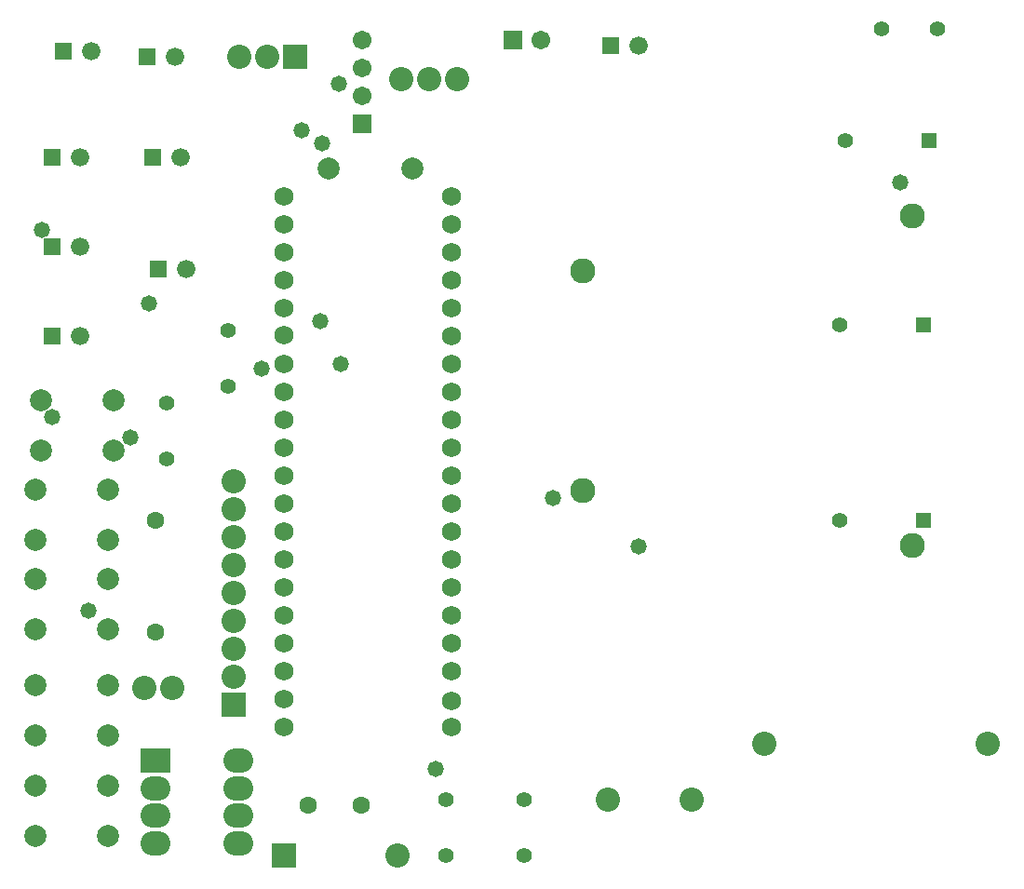
<source format=gbs>
%FSLAX25Y25*%
%MOIN*%
G70*
G01*
G75*
G04 Layer_Color=16711935*
%ADD10C,0.01200*%
%ADD11C,0.02500*%
%ADD12C,0.05800*%
%ADD13R,0.05600X0.05600*%
%ADD14C,0.07087*%
%ADD15C,0.04724*%
%ADD16C,0.07874*%
%ADD17R,0.07874X0.07874*%
%ADD18C,0.05512*%
%ADD19R,0.09843X0.07087*%
%ADD20O,0.09843X0.07087*%
%ADD21C,0.07087*%
%ADD22R,0.05906X0.05906*%
%ADD23C,0.05906*%
%ADD24R,0.07874X0.07874*%
%ADD25R,0.04724X0.04724*%
%ADD26C,0.08200*%
%ADD27R,0.05906X0.05906*%
%ADD28R,0.09843X0.07874*%
%ADD29O,0.09843X0.07874*%
%ADD30C,0.05000*%
%ADD31C,0.06000*%
%ADD32C,0.01000*%
%ADD33C,0.00787*%
%ADD34C,0.00600*%
%ADD35C,0.00300*%
%ADD36C,0.00591*%
%ADD37C,0.06600*%
%ADD38R,0.06400X0.06400*%
%ADD39C,0.07887*%
%ADD40C,0.05524*%
%ADD41C,0.08674*%
%ADD42R,0.08674X0.08674*%
%ADD43C,0.06312*%
%ADD44R,0.10642X0.07887*%
%ADD45O,0.10642X0.07887*%
%ADD46C,0.07887*%
%ADD47R,0.06706X0.06706*%
%ADD48C,0.06706*%
%ADD49R,0.08674X0.08674*%
%ADD50R,0.05524X0.05524*%
%ADD51C,0.09000*%
%ADD52R,0.06706X0.06706*%
%ADD53R,0.10642X0.08674*%
%ADD54O,0.10642X0.08674*%
%ADD55C,0.06800*%
D12*
X123700Y229100D02*
D03*
X237000Y84900D02*
D03*
X101900Y148400D02*
D03*
X40000Y61800D02*
D03*
X61800Y171900D02*
D03*
X23200Y198100D02*
D03*
X330500Y215100D02*
D03*
X129600Y250500D02*
D03*
X27100Y131000D02*
D03*
X164400Y5000D02*
D03*
X123100Y165300D02*
D03*
X130200Y150000D02*
D03*
X55100Y123800D02*
D03*
X116400Y233900D02*
D03*
X206300Y102000D02*
D03*
D37*
X37000Y160000D02*
D03*
X75000Y184000D02*
D03*
X73000Y224000D02*
D03*
X41000Y262000D02*
D03*
X71000Y260000D02*
D03*
X237000Y264000D02*
D03*
X37000Y192000D02*
D03*
Y224000D02*
D03*
D38*
X27000Y160000D02*
D03*
X65000Y184000D02*
D03*
X63000Y224000D02*
D03*
X31000Y262000D02*
D03*
X61000Y260000D02*
D03*
X227000Y264000D02*
D03*
X27000Y192000D02*
D03*
Y224000D02*
D03*
D39*
X48992Y118945D02*
D03*
Y137055D02*
D03*
X23008Y118945D02*
D03*
Y137055D02*
D03*
X46992Y86945D02*
D03*
Y105055D02*
D03*
X21008Y86945D02*
D03*
Y105055D02*
D03*
X46992Y54945D02*
D03*
Y73055D02*
D03*
X21008Y54945D02*
D03*
Y73055D02*
D03*
X46992Y16945D02*
D03*
Y35055D02*
D03*
X21008Y16945D02*
D03*
Y35055D02*
D03*
X46992Y-19055D02*
D03*
Y-945D02*
D03*
X21008Y-19055D02*
D03*
Y-945D02*
D03*
D40*
X68000Y136000D02*
D03*
Y116000D02*
D03*
X168000Y-6000D02*
D03*
Y-26000D02*
D03*
X309000Y94000D02*
D03*
X311000Y230000D02*
D03*
X324000Y270000D02*
D03*
X344000D02*
D03*
X309000Y164000D02*
D03*
X196000Y-26000D02*
D03*
Y-6000D02*
D03*
X90000Y162000D02*
D03*
Y142000D02*
D03*
D41*
X92000Y38000D02*
D03*
Y108000D02*
D03*
Y98000D02*
D03*
Y88000D02*
D03*
Y78000D02*
D03*
Y68000D02*
D03*
Y58000D02*
D03*
Y48000D02*
D03*
X150551Y-26000D02*
D03*
X226000Y-6000D02*
D03*
X256000D02*
D03*
X172000Y252000D02*
D03*
X162000D02*
D03*
X152000D02*
D03*
X94000Y260000D02*
D03*
X104000D02*
D03*
X362000Y14000D02*
D03*
X282000D02*
D03*
X60000Y34000D02*
D03*
X70000D02*
D03*
D42*
X92000Y28000D02*
D03*
D43*
X64000Y94000D02*
D03*
Y54000D02*
D03*
X137713Y-8000D02*
D03*
X118500D02*
D03*
D46*
X156000Y220000D02*
D03*
X126000D02*
D03*
D47*
X138000Y236000D02*
D03*
D48*
Y246000D02*
D03*
Y256000D02*
D03*
Y266000D02*
D03*
X202000D02*
D03*
D49*
X110000Y-26000D02*
D03*
X114000Y260000D02*
D03*
D50*
X339000Y94000D02*
D03*
X341000Y230000D02*
D03*
X339000Y164000D02*
D03*
D51*
X335000Y203083D02*
D03*
X335083Y84917D02*
D03*
X216917Y104667D02*
D03*
Y183333D02*
D03*
D52*
X192000Y266000D02*
D03*
D53*
X64000Y8000D02*
D03*
D54*
Y-1843D02*
D03*
Y-11685D02*
D03*
Y-21528D02*
D03*
X93528Y8000D02*
D03*
Y-1843D02*
D03*
Y-11685D02*
D03*
Y-21528D02*
D03*
D55*
X170000Y20000D02*
D03*
Y29500D02*
D03*
Y40000D02*
D03*
Y50000D02*
D03*
Y60000D02*
D03*
Y70000D02*
D03*
Y80000D02*
D03*
Y90000D02*
D03*
Y100000D02*
D03*
Y110000D02*
D03*
Y120000D02*
D03*
Y130000D02*
D03*
Y140000D02*
D03*
Y150000D02*
D03*
Y160000D02*
D03*
Y170000D02*
D03*
Y180000D02*
D03*
Y190000D02*
D03*
Y200000D02*
D03*
Y210000D02*
D03*
X110000Y20000D02*
D03*
Y30000D02*
D03*
Y40000D02*
D03*
Y50000D02*
D03*
Y60000D02*
D03*
Y70000D02*
D03*
Y80000D02*
D03*
Y90000D02*
D03*
Y100000D02*
D03*
Y110000D02*
D03*
Y120000D02*
D03*
Y130000D02*
D03*
Y140000D02*
D03*
Y150000D02*
D03*
Y160500D02*
D03*
Y170000D02*
D03*
Y180000D02*
D03*
Y190000D02*
D03*
Y200000D02*
D03*
Y210000D02*
D03*
M02*

</source>
